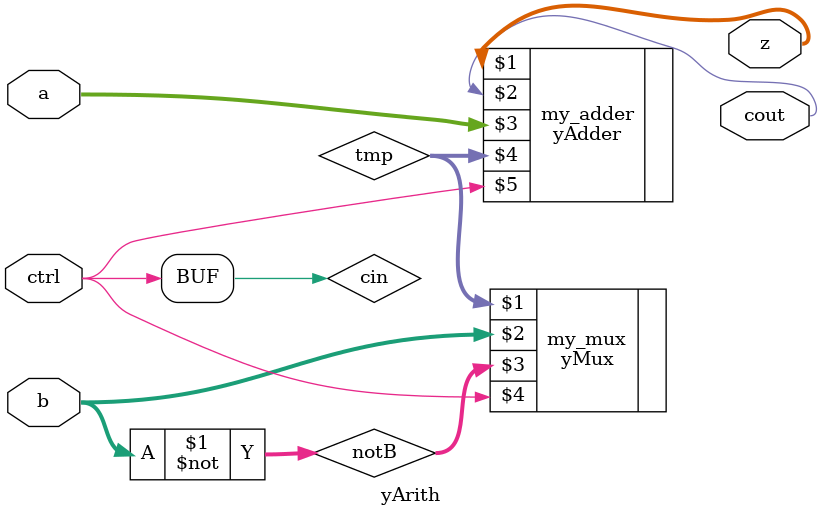
<source format=v>
module yArith(z, cout, a, b, ctrl);
    // add if ctrl=0, subtract if ctrl=1
    output [31:0] z;
    output cout;
    input [31:0] a, b;
    input ctrl;
    wire[31:0] notB, tmp;
    wire cin;
    // instantiate the components and connect them
    // Hint: about 4 lines of code
    yAdder my_adder(z,cout,a,tmp,cin);
    assign cin = ctrl;
    assign notB = ~b;
    yMux #(32) my_mux(tmp, b, notB, ctrl);
endmodule
</source>
